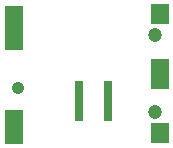
<source format=gts>
%TF.GenerationSoftware,KiCad,Pcbnew,7.0.7*%
%TF.CreationDate,2023-11-04T12:16:01+01:00*%
%TF.ProjectId,amoeba-ulp,616d6f65-6261-42d7-956c-702e6b696361,rev?*%
%TF.SameCoordinates,Original*%
%TF.FileFunction,Soldermask,Top*%
%TF.FilePolarity,Negative*%
%FSLAX46Y46*%
G04 Gerber Fmt 4.6, Leading zero omitted, Abs format (unit mm)*
G04 Created by KiCad (PCBNEW 7.0.7) date 2023-11-04 12:16:01*
%MOMM*%
%LPD*%
G01*
G04 APERTURE LIST*
%ADD10R,1.600000X1.800000*%
%ADD11R,1.600000X2.600000*%
%ADD12R,1.600000X3.000000*%
%ADD13R,1.600000X3.800000*%
%ADD14R,0.700000X3.400000*%
%ADD15C,1.200000*%
%ADD16C,1.050000*%
G04 APERTURE END LIST*
D10*
%TO.C,ULP1*%
X113300000Y-111425000D03*
D11*
X113300000Y-106400000D03*
D10*
X113300000Y-101375000D03*
D12*
X100900000Y-110900000D03*
D13*
X100900000Y-102500000D03*
D14*
X108900000Y-108700000D03*
X106450000Y-108700000D03*
D15*
X112900000Y-109660000D03*
X112900000Y-103140000D03*
D16*
X101300000Y-107600000D03*
%TD*%
M02*

</source>
